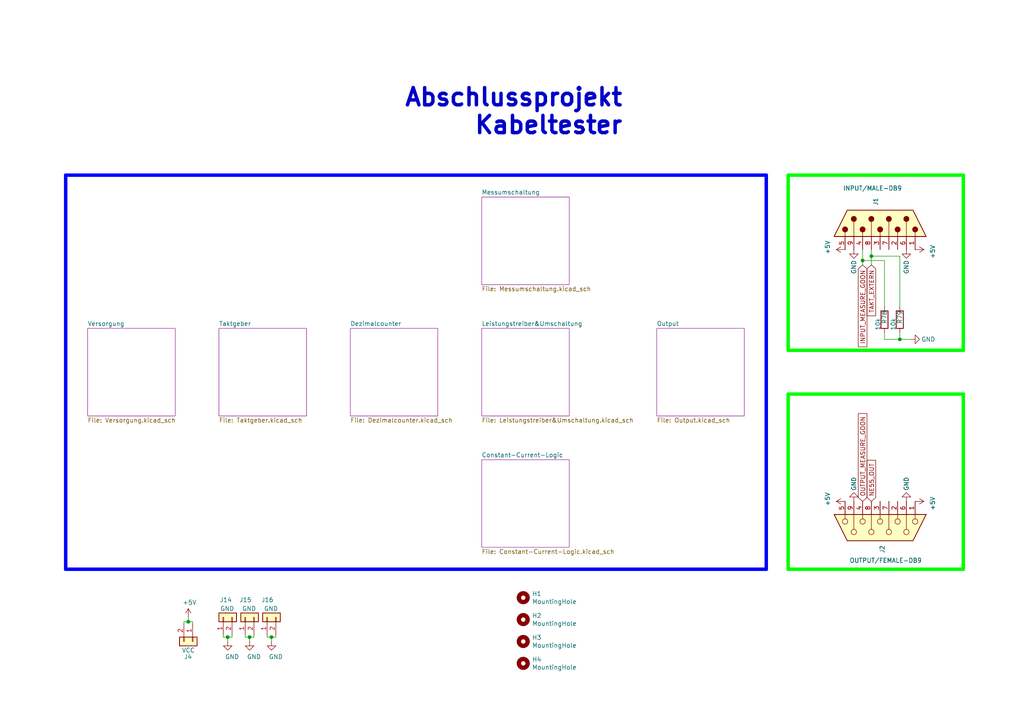
<source format=kicad_sch>
(kicad_sch (version 20210126) (generator eeschema)
  (paper "A4")
  (title_block (title "Kabeltester") (date "2021-04-12") (company "BMK Group") (comment 1 "Erstellt: Maximilian Hoffmann") (comment 2 "Geprüft: Robert Schulz"))
  (lib_symbols
    (symbol "Connector:DB9_Female" (pin_names (offset 1.016) hide)
      (property "Reference" "J" (at 0 13.97 0))
      (property "Value" "DB9_Female" (at 0 -14.605 0))
      (symbol "DB9_Female_0_1"
        (circle (center -1.778 -10.16) (radius 0.762))
        (circle (center -1.778 -5.08) (radius 0.762))
        (circle (center -1.778 0) (radius 0.762))
        (circle (center -1.778 5.08) (radius 0.762))
        (circle (center -1.778 10.16) (radius 0.762))
        (circle (center 1.27 -7.62) (radius 0.762))
        (circle (center 1.27 -2.54) (radius 0.762))
        (circle (center 1.27 2.54) (radius 0.762))
        (circle (center 1.27 7.62) (radius 0.762))
        (polyline (pts (xy -3.81 -10.16) (xy -2.54 -10.16)))
        (polyline (pts (xy -3.81 -7.62) (xy 0.508 -7.62)))
        (polyline (pts (xy -3.81 -5.08) (xy -2.54 -5.08)))
        (polyline (pts (xy -3.81 -2.54) (xy 0.508 -2.54)))
        (polyline (pts (xy -3.81 0) (xy -2.54 0)))
        (polyline (pts (xy -3.81 2.54) (xy 0.508 2.54)))
        (polyline (pts (xy -3.81 5.08) (xy -2.54 5.08)))
        (polyline (pts (xy -3.81 7.62) (xy 0.508 7.62)))
        (polyline (pts (xy -3.81 10.16) (xy -2.54 10.16)))
        (polyline (pts (xy -3.81 13.335) (xy -3.81 -13.335) (xy 3.81 -9.525) (xy 3.81 9.525) (xy -3.81 13.335)) (stroke (width 0.254)) (fill (type background)))
      )
      (symbol "DB9_Female_1_1"
        (pin passive line (at -7.62 10.16 0) (length 3.81) (name "1") (number "1"))
        (pin passive line (at -7.62 5.08 0) (length 3.81) (name "2") (number "2"))
        (pin passive line (at -7.62 0 0) (length 3.81) (name "3") (number "3"))
        (pin passive line (at -7.62 -5.08 0) (length 3.81) (name "4") (number "4"))
        (pin passive line (at -7.62 -10.16 0) (length 3.81) (name "5") (number "5"))
        (pin passive line (at -7.62 7.62 0) (length 3.81) (name "6") (number "6"))
        (pin passive line (at -7.62 2.54 0) (length 3.81) (name "7") (number "7"))
        (pin passive line (at -7.62 -2.54 0) (length 3.81) (name "8") (number "8"))
        (pin passive line (at -7.62 -7.62 0) (length 3.81) (name "9") (number "9"))
      )
    )
    (symbol "Connector:DB9_Male" (pin_names (offset 1.016) hide)
      (property "Reference" "J" (at 0 13.97 0))
      (property "Value" "DB9_Male" (at 0 -14.605 0))
      (symbol "DB9_Male_0_1"
        (circle (center -1.778 -10.16) (radius 0.762) (fill (type outline)))
        (circle (center -1.778 -5.08) (radius 0.762) (fill (type outline)))
        (circle (center -1.778 0) (radius 0.762) (fill (type outline)))
        (circle (center -1.778 5.08) (radius 0.762) (fill (type outline)))
        (circle (center -1.778 10.16) (radius 0.762) (fill (type outline)))
        (circle (center 1.27 -7.62) (radius 0.762) (fill (type outline)))
        (circle (center 1.27 -2.54) (radius 0.762) (fill (type outline)))
        (circle (center 1.27 2.54) (radius 0.762) (fill (type outline)))
        (circle (center 1.27 7.62) (radius 0.762) (fill (type outline)))
        (polyline (pts (xy -3.81 -10.16) (xy -2.54 -10.16)))
        (polyline (pts (xy -3.81 -7.62) (xy 0.508 -7.62)))
        (polyline (pts (xy -3.81 -5.08) (xy -2.54 -5.08)))
        (polyline (pts (xy -3.81 -2.54) (xy 0.508 -2.54)))
        (polyline (pts (xy -3.81 0) (xy -2.54 0)))
        (polyline (pts (xy -3.81 2.54) (xy 0.508 2.54)))
        (polyline (pts (xy -3.81 5.08) (xy -2.54 5.08)))
        (polyline (pts (xy -3.81 7.62) (xy 0.508 7.62)))
        (polyline (pts (xy -3.81 10.16) (xy -2.54 10.16)))
        (polyline (pts (xy -3.81 -13.335) (xy -3.81 13.335) (xy 3.81 9.525) (xy 3.81 -9.525) (xy -3.81 -13.335)) (stroke (width 0.254)) (fill (type background)))
      )
      (symbol "DB9_Male_1_1"
        (pin passive line (at -7.62 -10.16 0) (length 3.81) (name "1") (number "1"))
        (pin passive line (at -7.62 -5.08 0) (length 3.81) (name "2") (number "2"))
        (pin passive line (at -7.62 0 0) (length 3.81) (name "3") (number "3"))
        (pin passive line (at -7.62 5.08 0) (length 3.81) (name "4") (number "4"))
        (pin passive line (at -7.62 10.16 0) (length 3.81) (name "5") (number "5"))
        (pin passive line (at -7.62 -7.62 0) (length 3.81) (name "6") (number "6"))
        (pin passive line (at -7.62 -2.54 0) (length 3.81) (name "7") (number "7"))
        (pin passive line (at -7.62 2.54 0) (length 3.81) (name "8") (number "8"))
        (pin passive line (at -7.62 7.62 0) (length 3.81) (name "9") (number "9"))
      )
    )
    (symbol "Connector_Generic:Conn_01x02" (pin_names (offset 1.016) hide)
      (property "Reference" "J" (at 0 2.54 0))
      (property "Value" "Conn_01x02" (at 0 -5.08 0))
      (symbol "Conn_01x02_1_1"
        (rectangle (start -1.27 -2.413) (end 0 -2.667) (stroke (width 0.1524)))
        (rectangle (start -1.27 0.127) (end 0 -0.127) (stroke (width 0.1524)))
        (rectangle (start -1.27 1.27) (end 1.27 -3.81) (stroke (width 0.254)) (fill (type background)))
        (pin passive line (at -5.08 0 0) (length 3.81) (name "Pin_1") (number "1"))
        (pin passive line (at -5.08 -2.54 0) (length 3.81) (name "Pin_2") (number "2"))
      )
    )
    (symbol "Device:R_1" (pin_numbers hide) (pin_names (offset 0))
      (property "Reference" "R" (at 2.032 0 90))
      (property "Value" "R" (at 0 0 90))
      (symbol "R_1_0_1"
        (rectangle (start -1.016 -2.54) (end 1.016 2.54) (stroke (width 0.254)))
      )
      (symbol "R_1_1_1"
        (pin passive line (at 0 3.81 270) (length 1.27) (name "~") (number "1"))
        (pin passive line (at 0 -3.81 90) (length 1.27) (name "~") (number "2"))
      )
    )
    (symbol "Device:R_8" (pin_numbers hide) (pin_names (offset 0))
      (property "Reference" "R" (at 2.032 0 90))
      (property "Value" "R" (at 0 0 90))
      (symbol "R_8_0_1"
        (rectangle (start -1.016 -2.54) (end 1.016 2.54) (stroke (width 0.254)))
      )
      (symbol "R_8_1_1"
        (pin passive line (at 0 3.81 270) (length 1.27) (name "~") (number "1"))
        (pin passive line (at 0 -3.81 90) (length 1.27) (name "~") (number "2"))
      )
    )
    (symbol "Mechanical:MountingHole" (pin_names (offset 1.016))
      (property "Reference" "H" (at 0 5.08 0))
      (property "Value" "MountingHole" (at 0 3.175 0))
      (symbol "MountingHole_0_1"
        (circle (center 0 0) (radius 1.27) (stroke (width 1.27)))
      )
    )
    (symbol "power:+5V" (power) (pin_names (offset 0))
      (property "Value" "+5V" (at 0 3.556 0))
      (symbol "+5V_0_1"
        (polyline (pts (xy -0.762 1.27) (xy 0 2.54)))
        (polyline (pts (xy 0 0) (xy 0 2.54)))
        (polyline (pts (xy 0 2.54) (xy 0.762 1.27)))
      )
      (symbol "+5V_1_1"
        (pin power_in line (at 0 0 90) (length 0) hide (name "+5V") (number "1"))
      )
    )
    (symbol "power:GND" (power) (pin_names (offset 0))
      (property "Value" "GND" (at 0 -3.81 0))
      (symbol "GND_0_1"
        (polyline (pts (xy 0 0) (xy 0 -1.27) (xy 1.27 -1.27) (xy 0 -2.54) (xy -1.27 -1.27) (xy 0 -1.27)))
      )
      (symbol "GND_1_1"
        (pin power_in line (at 0 0 270) (length 0) hide (name "GND") (number "1"))
      )
    )
  )
  (junction (at 54.61 180.34) (diameter 0.9144))
  (junction (at 66.04 184.785) (diameter 0.9144))
  (junction (at 72.39 184.785) (diameter 0.9144))
  (junction (at 78.74 184.785) (diameter 0.9144))
  (junction (at 250.19 75.565) (diameter 0.9144))
  (junction (at 252.73 74.295) (diameter 0.9144))
  (junction (at 260.985 98.425) (diameter 0.9144))
  (wire (pts (xy 53.34 180.34) (xy 54.61 180.34)))
  (wire (pts (xy 53.34 180.975) (xy 53.34 180.34)))
  (wire (pts (xy 54.61 179.07) (xy 54.61 180.34)))
  (wire (pts (xy 54.61 180.34) (xy 55.88 180.34)))
  (wire (pts (xy 55.88 180.975) (xy 55.88 180.34)))
  (wire (pts (xy 64.77 184.15) (xy 64.77 184.785)))
  (wire (pts (xy 64.77 184.785) (xy 66.04 184.785)))
  (wire (pts (xy 66.04 184.785) (xy 66.04 186.055)))
  (wire (pts (xy 66.04 184.785) (xy 67.31 184.785)))
  (wire (pts (xy 67.31 184.785) (xy 67.31 184.15)))
  (wire (pts (xy 71.12 184.15) (xy 71.12 184.785)))
  (wire (pts (xy 71.12 184.785) (xy 72.39 184.785)))
  (wire (pts (xy 72.39 184.785) (xy 72.39 186.055)))
  (wire (pts (xy 72.39 184.785) (xy 73.66 184.785)))
  (wire (pts (xy 73.66 184.15) (xy 73.66 184.785)))
  (wire (pts (xy 77.47 184.15) (xy 77.47 184.785)))
  (wire (pts (xy 77.47 184.785) (xy 78.74 184.785)))
  (wire (pts (xy 78.74 184.785) (xy 78.74 186.055)))
  (wire (pts (xy 78.74 184.785) (xy 80.01 184.785)))
  (wire (pts (xy 80.01 184.15) (xy 80.01 184.785)))
  (wire (pts (xy 250.19 72.39) (xy 250.19 75.565)))
  (wire (pts (xy 250.19 75.565) (xy 250.19 76.835)))
  (wire (pts (xy 252.73 72.39) (xy 252.73 74.295)))
  (wire (pts (xy 252.73 74.295) (xy 252.73 76.835)))
  (wire (pts (xy 256.54 75.565) (xy 250.19 75.565)))
  (wire (pts (xy 256.54 88.9) (xy 256.54 75.565)))
  (wire (pts (xy 256.54 96.52) (xy 256.54 98.425)))
  (wire (pts (xy 256.54 98.425) (xy 260.985 98.425)))
  (wire (pts (xy 260.985 74.295) (xy 252.73 74.295)))
  (wire (pts (xy 260.985 88.9) (xy 260.985 74.295)))
  (wire (pts (xy 260.985 96.52) (xy 260.985 98.425)))
  (wire (pts (xy 260.985 98.425) (xy 264.16 98.425)))
  (polyline (pts (xy 19.05 50.8) (xy 19.05 165.1)) (stroke (width 1) (type solid) (color 0 0 255 1)))
  (polyline (pts (xy 19.05 50.8) (xy 222.25 50.8)) (stroke (width 1) (type solid) (color 0 0 255 1)))
  (polyline (pts (xy 222.25 50.8) (xy 222.25 165.1)) (stroke (width 1) (type solid) (color 0 0 255 1)))
  (polyline (pts (xy 222.25 165.1) (xy 19.05 165.1)) (stroke (width 1) (type solid) (color 0 0 255 1)))
  (polyline (pts (xy 228.6 50.8) (xy 228.6 101.6)) (stroke (width 1) (type solid) (color 0 255 0 1)))
  (polyline (pts (xy 228.6 50.8) (xy 279.4 50.8)) (stroke (width 1) (type solid) (color 0 255 0 1)))
  (polyline (pts (xy 228.6 114.3) (xy 228.6 165.1)) (stroke (width 1) (type solid) (color 0 255 0 1)))
  (polyline (pts (xy 228.6 114.3) (xy 279.4 114.3)) (stroke (width 1) (type solid) (color 0 255 0 1)))
  (polyline (pts (xy 279.4 50.8) (xy 279.4 101.6)) (stroke (width 1) (type solid) (color 0 255 0 1)))
  (polyline (pts (xy 279.4 101.6) (xy 228.6 101.6)) (stroke (width 1) (type solid) (color 0 255 0 1)))
  (polyline (pts (xy 279.4 114.3) (xy 279.4 165.1)) (stroke (width 1) (type solid) (color 0 255 0 1)))
  (polyline (pts (xy 279.4 165.1) (xy 228.6 165.1)) (stroke (width 1) (type solid) (color 0 255 0 1)))
  (text "Abschlussprojekt\n    Kabeltester" (at 180.975 39.37 180) (effects (font (size 5 5) (thickness 1) bold) (justify right bottom)))
  (global_label "INPUT_MEASURE_GOON" (shape input) (at 250.19 76.835 270) (property "Intersheet References" "${INTERSHEET_REFS}" (effects hide)))
  (global_label "OUTPUT_MEASURE_GOON" (shape input) (at 250.19 145.415 90) (property "Intersheet References" "${INTERSHEET_REFS}" (effects hide)))
  (global_label "TAKT_EXTERN" (shape input) (at 252.73 76.835 270) (property "Intersheet References" "${INTERSHEET_REFS}" (effects hide)))
  (global_label "NE55_OUT" (shape input) (at 252.73 145.415 90) (property "Intersheet References" "${INTERSHEET_REFS}" (effects hide)))
  (symbol (lib_id "power:+5V") (at 54.61 179.07 0) (unit 1)
    (property "Reference" "#PWR0102" (effects hide))
    (property "Value" "+5V" (at 54.9783 174.7456 0))
  )
  (symbol (lib_id "power:+5V") (at 245.11 72.39 90) (unit 1)
    (property "Reference" "#PWR015" (effects hide))
    (property "Value" "+5V" (at 240.03 71.755 0))
  )
  (symbol (lib_id "power:+5V") (at 245.11 145.415 90) (unit 1)
    (property "Reference" "#PWR016" (effects hide))
    (property "Value" "+5V" (at 240.03 144.78 0))
  )
  (symbol (lib_id "power:+5V") (at 265.43 72.39 270) (unit 1)
    (property "Reference" "#PWR021" (effects hide))
    (property "Value" "+5V" (at 270.51 73.025 0))
  )
  (symbol (lib_id "power:+5V") (at 265.43 145.415 270) (unit 1)
    (property "Reference" "#PWR022" (effects hide))
    (property "Value" "+5V" (at 270.51 146.05 0))
  )
  (symbol (lib_id "power:GND") (at 66.04 186.055 0) (unit 1)
    (property "Reference" "#PWR0101" (effects hide))
    (property "Value" "GND" (at 67.31 190.5 0))
  )
  (symbol (lib_id "power:GND") (at 72.39 186.055 0) (unit 1)
    (property "Reference" "#PWR0103" (effects hide))
    (property "Value" "GND" (at 73.66 190.5 0))
  )
  (symbol (lib_id "power:GND") (at 78.74 186.055 0) (unit 1)
    (property "Reference" "#PWR0104" (effects hide))
    (property "Value" "GND" (at 80.01 190.5 0))
  )
  (symbol (lib_id "power:GND") (at 247.65 72.39 0) (unit 1)
    (property "Reference" "#PWR017" (effects hide))
    (property "Value" "GND" (at 247.65 77.47 90))
  )
  (symbol (lib_id "power:GND") (at 247.65 145.415 180) (unit 1)
    (property "Reference" "#PWR018" (effects hide))
    (property "Value" "GND" (at 247.65 140.335 90))
  )
  (symbol (lib_id "power:GND") (at 262.89 72.39 0) (unit 1)
    (property "Reference" "#PWR019" (effects hide))
    (property "Value" "GND" (at 262.89 77.47 90))
  )
  (symbol (lib_id "power:GND") (at 262.89 145.415 180) (unit 1)
    (property "Reference" "#PWR020" (effects hide))
    (property "Value" "GND" (at 262.89 140.335 90))
  )
  (symbol (lib_id "power:GND") (at 264.16 98.425 90) (unit 1)
    (property "Reference" "#PWR07" (effects hide))
    (property "Value" "GND" (at 269.24 98.425 90))
  )
  (symbol (lib_id "Mechanical:MountingHole") (at 151.765 173.355 0) (unit 1)
    (property "Reference" "H1" (at 154.3051 172.2056 0) (effects (justify left)))
    (property "Value" "MountingHole" (at 154.3051 174.5043 0) (effects (justify left)))
    (property "Footprint" "MountingHole:MountingHole_3.2mm_M3_Pad_Via" (effects hide))
    (property "BMK-Nr" "-" (effects hide))
  )
  (symbol (lib_id "Mechanical:MountingHole") (at 151.765 179.705 0) (unit 1)
    (property "Reference" "H2" (at 154.3051 178.5556 0) (effects (justify left)))
    (property "Value" "MountingHole" (at 154.3051 180.8543 0) (effects (justify left)))
    (property "Footprint" "MountingHole:MountingHole_3.2mm_M3_Pad_Via" (effects hide))
    (property "BMK-Nr" "-" (effects hide))
  )
  (symbol (lib_id "Mechanical:MountingHole") (at 151.765 186.055 0) (unit 1)
    (property "Reference" "H3" (at 154.3051 184.9056 0) (effects (justify left)))
    (property "Value" "MountingHole" (at 154.3051 187.2043 0) (effects (justify left)))
    (property "Footprint" "MountingHole:MountingHole_3.2mm_M3_Pad_Via" (effects hide))
    (property "BMK-Nr" "-" (effects hide))
  )
  (symbol (lib_id "Mechanical:MountingHole") (at 151.765 192.405 0) (unit 1)
    (property "Reference" "H4" (at 154.3051 191.2556 0) (effects (justify left)))
    (property "Value" "MountingHole" (at 154.3051 193.5543 0) (effects (justify left)))
    (property "Footprint" "MountingHole:MountingHole_3.2mm_M3_Pad_Via" (effects hide))
    (property "BMK-Nr" "-" (effects hide))
  )
  (symbol (lib_name "Device:R_1") (lib_id "Device:R") (at 256.54 92.71 0) (unit 1)
    (property "Reference" "R78" (at 256.54 93.98 90) (effects (justify left)))
    (property "Value" "10k" (at 254.635 95.885 90) (effects (justify left)))
    (property "Footprint" "Resistor_SMD:R_0603_1608Metric_Pad0.98x0.95mm_HandSolder" (effects hide))
    (property "BMK-Nr" "BS" (effects hide))
    (property "Mouser" "-" (effects hide))
  )
  (symbol (lib_name "Device:R_8") (lib_id "Device:R") (at 260.985 92.71 0) (unit 1)
    (property "Reference" "R79" (at 260.985 93.98 90) (effects (justify left)))
    (property "Value" "10k" (at 259.08 95.885 90) (effects (justify left)))
    (property "Footprint" "Resistor_SMD:R_0603_1608Metric_Pad0.98x0.95mm_HandSolder" (effects hide))
    (property "BMK-Nr" "BS" (effects hide))
    (property "Mouser" "-" (effects hide))
  )
  (symbol (lib_id "Connector_Generic:Conn_01x02") (at 55.88 186.055 270) (unit 1)
    (property "Reference" "J4" (at 53.34 190.5 90) (effects (justify left)))
    (property "Value" "VCC" (at 52.705 188.595 90) (effects (justify left)))
    (property "Footprint" "Connector_PinHeader_2.54mm:PinHeader_1x02_P2.54mm_Vertical" (effects hide))
  )
  (symbol (lib_id "Connector_Generic:Conn_01x02") (at 64.77 179.07 90) (unit 1)
    (property "Reference" "J14" (at 67.31 173.99 90) (effects (justify left)))
    (property "Value" "GND" (at 67.945 176.53 90) (effects (justify left)))
    (property "Footprint" "Connector_PinHeader_2.54mm:PinHeader_1x02_P2.54mm_Vertical" (effects hide))
  )
  (symbol (lib_id "Connector_Generic:Conn_01x02") (at 71.12 179.07 90) (unit 1)
    (property "Reference" "J15" (at 73.025 173.99 90) (effects (justify left)))
    (property "Value" "GND" (at 74.295 176.53 90) (effects (justify left)))
    (property "Footprint" "Connector_PinHeader_2.54mm:PinHeader_1x02_P2.54mm_Vertical" (effects hide))
  )
  (symbol (lib_id "Connector_Generic:Conn_01x02") (at 77.47 179.07 90) (unit 1)
    (property "Reference" "J16" (at 79.375 173.99 90) (effects (justify left)))
    (property "Value" "GND" (at 80.645 176.53 90) (effects (justify left)))
    (property "Footprint" "Connector_PinHeader_2.54mm:PinHeader_1x02_P2.54mm_Vertical" (effects hide))
  )
  (symbol (lib_id "Connector:DB9_Male") (at 255.27 64.77 90) (unit 1)
    (property "Reference" "J1" (at 254 59.69 0) (effects (justify left)))
    (property "Value" "INPUT/MALE-DB9" (at 261.62 54.61 90) (effects (justify left)))
    (property "Footprint" "Connector_Dsub:DSUB-9_Male_Horizontal_P2.77x2.84mm_EdgePinOffset4.94mm_Housed_MountingHolesOffset7.48mm" (effects hide))
    (property "Datasheet" " ~" (effects hide))
    (property "BMK-Nr" "03-0250" (effects hide))
    (property "Mouser" "-" (effects hide))
  )
  (symbol (lib_id "Connector:DB9_Female") (at 255.27 153.035 270) (unit 1)
    (property "Reference" "J2" (at 255.905 158.115 0) (effects (justify left)))
    (property "Value" "OUTPUT/FEMALE-DB9" (at 246.38 162.56 90) (effects (justify left)))
    (property "Footprint" "Connector_Dsub:DSUB-9_Female_Horizontal_P2.77x2.84mm_EdgePinOffset4.94mm_Housed_MountingHolesOffset7.48mm" (effects hide))
    (property "Datasheet" " ~" (effects hide))
    (property "BMK-Nr" "03-1123" (effects hide))
    (property "Mouser" "-" (effects hide))
  )
  (sheet (at 139.7 133.35) (size 25.4 25.4) (stroke (width 0.001) (color 132 0 132 1)) (fill (color 255 255 255 0.0000))
    (property "Schaltplanname" "Constant-Current-Logic" (at 139.7 132.7141 0) (effects (justify left bottom)))
    (property "Dateiname Blatt" "Constant-Current-Logic.kicad_sch" (at 139.7 159.2589 0) (effects (justify left top)))
  )
  (sheet (at 101.6 95.25) (size 25.4 25.4) (stroke (width 0.001) (color 132 0 132 1)) (fill (color 255 255 255 0.0000))
    (property "Schaltplanname" "Dezimalcounter" (at 101.6 94.6141 0) (effects (justify left bottom)))
    (property "Dateiname Blatt" "Dezimalcounter.kicad_sch" (at 101.6 121.1589 0) (effects (justify left top)))
  )
  (sheet (at 139.7 95.25) (size 25.4 25.4) (stroke (width 0.001) (color 132 0 132 1)) (fill (color 255 255 255 0.0000))
    (property "Schaltplanname" "Leistungstreiber&Umschaltung" (at 139.7 94.6141 0) (effects (justify left bottom)))
    (property "Dateiname Blatt" "Leistungstreiber&Umschaltung.kicad_sch" (at 139.7 121.1589 0) (effects (justify left top)))
  )
  (sheet (at 139.7 57.15) (size 25.4 25.4) (stroke (width 0.001) (color 132 0 132 1)) (fill (color 255 255 255 0.0000))
    (property "Schaltplanname" "Messumschaltung" (at 139.7 56.5141 0) (effects (justify left bottom)))
    (property "Dateiname Blatt" "Messumschaltung.kicad_sch" (at 139.7 83.0589 0) (effects (justify left top)))
  )
  (sheet (at 190.5 95.25) (size 25.4 25.4) (stroke (width 0.001) (color 132 0 132 1)) (fill (color 255 255 255 0.0000))
    (property "Schaltplanname" "Output" (at 190.5 94.6141 0) (effects (justify left bottom)))
    (property "Dateiname Blatt" "Output.kicad_sch" (at 190.5 121.1589 0) (effects (justify left top)))
  )
  (sheet (at 63.5 95.25) (size 25.4 25.4) (stroke (width 0.001) (color 132 0 132 1)) (fill (color 255 255 255 0.0000))
    (property "Schaltplanname" "Taktgeber" (at 63.5 94.6141 0) (effects (justify left bottom)))
    (property "Dateiname Blatt" "Taktgeber.kicad_sch" (at 63.5 121.1589 0) (effects (justify left top)))
  )
  (sheet (at 25.4 95.25) (size 25.4 25.4) (stroke (width 0.001) (color 132 0 132 1)) (fill (color 255 255 255 0.0000))
    (property "Schaltplanname" "Versorgung" (at 25.4 94.6141 0) (effects (justify left bottom)))
    (property "Dateiname Blatt" "Versorgung.kicad_sch" (at 25.4 121.1589 0) (effects (justify left top)))
  )
)
</source>
